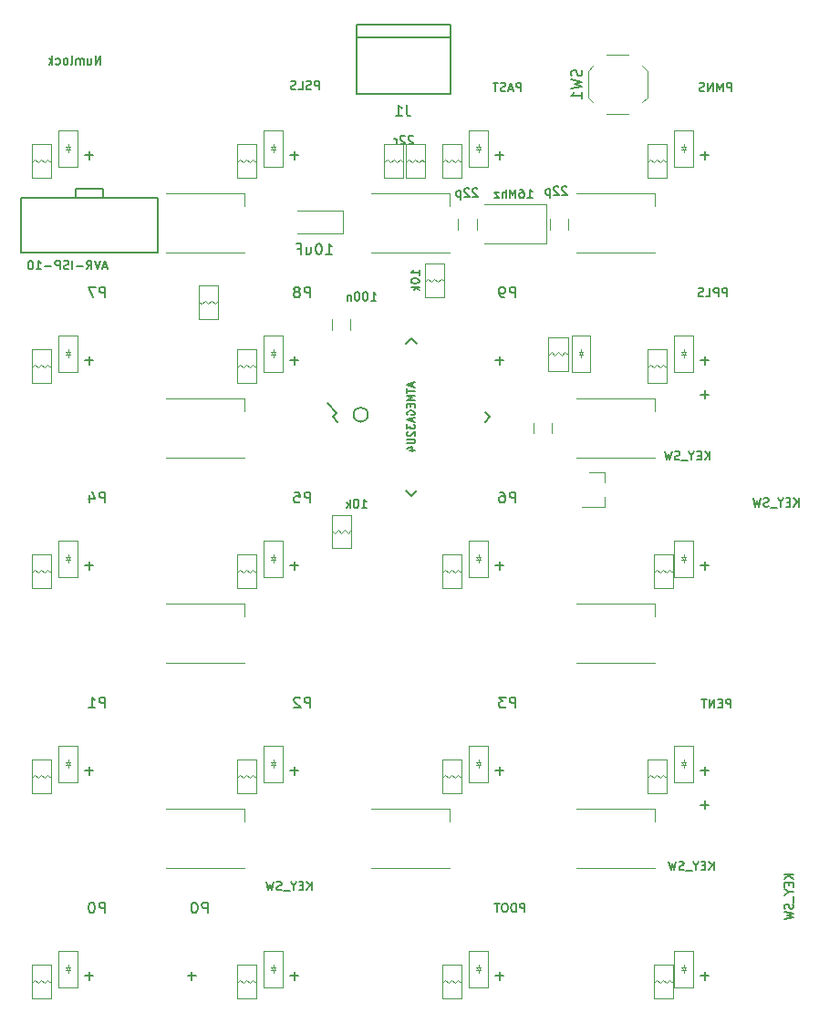
<source format=gbr>
G04 #@! TF.GenerationSoftware,KiCad,Pcbnew,(5.1.2)-1*
G04 #@! TF.CreationDate,2019-05-27T14:02:07+07:00*
G04 #@! TF.ProjectId,numpad,6e756d70-6164-42e6-9b69-6361645f7063,rev?*
G04 #@! TF.SameCoordinates,Original*
G04 #@! TF.FileFunction,Legend,Bot*
G04 #@! TF.FilePolarity,Positive*
%FSLAX46Y46*%
G04 Gerber Fmt 4.6, Leading zero omitted, Abs format (unit mm)*
G04 Created by KiCad (PCBNEW (5.1.2)-1) date 2019-05-27 14:02:07*
%MOMM*%
%LPD*%
G04 APERTURE LIST*
%ADD10C,0.200000*%
%ADD11C,0.120000*%
%ADD12C,0.050000*%
%ADD13C,0.203200*%
%ADD14C,0.150000*%
G04 APERTURE END LIST*
D10*
X69079671Y-54062593D02*
G75*
G03X69079671Y-54062593I-666865J0D01*
G01*
D11*
X66755766Y-35116373D02*
X62505766Y-35116373D01*
X66755766Y-37216373D02*
X62505766Y-37216373D01*
X66755766Y-35116373D02*
X66755766Y-37216373D01*
D12*
X41438146Y-29169333D02*
X41238146Y-29469333D01*
X41238146Y-29469333D02*
X41038146Y-29169333D01*
X41038146Y-29169333D02*
X41438146Y-29169333D01*
X41438146Y-29469333D02*
X41038146Y-29469333D01*
X41238146Y-29469333D02*
X41238146Y-29669333D01*
X41238146Y-29169333D02*
X41238146Y-28969333D01*
X42118146Y-31069333D02*
X42118146Y-27669333D01*
X42118146Y-27669333D02*
X40358146Y-27669333D01*
X40358146Y-27669333D02*
X40358146Y-31069333D01*
X40358146Y-31069333D02*
X42118146Y-31069333D01*
X40358146Y-50119333D02*
X42118146Y-50119333D01*
X40358146Y-46719333D02*
X40358146Y-50119333D01*
X42118146Y-46719333D02*
X40358146Y-46719333D01*
X42118146Y-50119333D02*
X42118146Y-46719333D01*
X41238146Y-48219333D02*
X41238146Y-48019333D01*
X41238146Y-48519333D02*
X41238146Y-48719333D01*
X41438146Y-48519333D02*
X41038146Y-48519333D01*
X41038146Y-48219333D02*
X41438146Y-48219333D01*
X41238146Y-48519333D02*
X41038146Y-48219333D01*
X41438146Y-48219333D02*
X41238146Y-48519333D01*
X41438146Y-67269333D02*
X41238146Y-67569333D01*
X41238146Y-67569333D02*
X41038146Y-67269333D01*
X41038146Y-67269333D02*
X41438146Y-67269333D01*
X41438146Y-67569333D02*
X41038146Y-67569333D01*
X41238146Y-67569333D02*
X41238146Y-67769333D01*
X41238146Y-67269333D02*
X41238146Y-67069333D01*
X42118146Y-69169333D02*
X42118146Y-65769333D01*
X42118146Y-65769333D02*
X40358146Y-65769333D01*
X40358146Y-65769333D02*
X40358146Y-69169333D01*
X40358146Y-69169333D02*
X42118146Y-69169333D01*
X41438146Y-86319333D02*
X41238146Y-86619333D01*
X41238146Y-86619333D02*
X41038146Y-86319333D01*
X41038146Y-86319333D02*
X41438146Y-86319333D01*
X41438146Y-86619333D02*
X41038146Y-86619333D01*
X41238146Y-86619333D02*
X41238146Y-86819333D01*
X41238146Y-86319333D02*
X41238146Y-86119333D01*
X42118146Y-88219333D02*
X42118146Y-84819333D01*
X42118146Y-84819333D02*
X40358146Y-84819333D01*
X40358146Y-84819333D02*
X40358146Y-88219333D01*
X40358146Y-88219333D02*
X42118146Y-88219333D01*
X40358146Y-107269333D02*
X42118146Y-107269333D01*
X40358146Y-103869333D02*
X40358146Y-107269333D01*
X42118146Y-103869333D02*
X40358146Y-103869333D01*
X42118146Y-107269333D02*
X42118146Y-103869333D01*
X41238146Y-105369333D02*
X41238146Y-105169333D01*
X41238146Y-105669333D02*
X41238146Y-105869333D01*
X41438146Y-105669333D02*
X41038146Y-105669333D01*
X41038146Y-105369333D02*
X41438146Y-105369333D01*
X41238146Y-105669333D02*
X41038146Y-105369333D01*
X41438146Y-105369333D02*
X41238146Y-105669333D01*
X59408146Y-31069333D02*
X61168146Y-31069333D01*
X59408146Y-27669333D02*
X59408146Y-31069333D01*
X61168146Y-27669333D02*
X59408146Y-27669333D01*
X61168146Y-31069333D02*
X61168146Y-27669333D01*
X60288146Y-29169333D02*
X60288146Y-28969333D01*
X60288146Y-29469333D02*
X60288146Y-29669333D01*
X60488146Y-29469333D02*
X60088146Y-29469333D01*
X60088146Y-29169333D02*
X60488146Y-29169333D01*
X60288146Y-29469333D02*
X60088146Y-29169333D01*
X60488146Y-29169333D02*
X60288146Y-29469333D01*
X59408146Y-50119333D02*
X61168146Y-50119333D01*
X59408146Y-46719333D02*
X59408146Y-50119333D01*
X61168146Y-46719333D02*
X59408146Y-46719333D01*
X61168146Y-50119333D02*
X61168146Y-46719333D01*
X60288146Y-48219333D02*
X60288146Y-48019333D01*
X60288146Y-48519333D02*
X60288146Y-48719333D01*
X60488146Y-48519333D02*
X60088146Y-48519333D01*
X60088146Y-48219333D02*
X60488146Y-48219333D01*
X60288146Y-48519333D02*
X60088146Y-48219333D01*
X60488146Y-48219333D02*
X60288146Y-48519333D01*
X59408146Y-69169333D02*
X61168146Y-69169333D01*
X59408146Y-65769333D02*
X59408146Y-69169333D01*
X61168146Y-65769333D02*
X59408146Y-65769333D01*
X61168146Y-69169333D02*
X61168146Y-65769333D01*
X60288146Y-67269333D02*
X60288146Y-67069333D01*
X60288146Y-67569333D02*
X60288146Y-67769333D01*
X60488146Y-67569333D02*
X60088146Y-67569333D01*
X60088146Y-67269333D02*
X60488146Y-67269333D01*
X60288146Y-67569333D02*
X60088146Y-67269333D01*
X60488146Y-67269333D02*
X60288146Y-67569333D01*
X60488146Y-86319333D02*
X60288146Y-86619333D01*
X60288146Y-86619333D02*
X60088146Y-86319333D01*
X60088146Y-86319333D02*
X60488146Y-86319333D01*
X60488146Y-86619333D02*
X60088146Y-86619333D01*
X60288146Y-86619333D02*
X60288146Y-86819333D01*
X60288146Y-86319333D02*
X60288146Y-86119333D01*
X61168146Y-88219333D02*
X61168146Y-84819333D01*
X61168146Y-84819333D02*
X59408146Y-84819333D01*
X59408146Y-84819333D02*
X59408146Y-88219333D01*
X59408146Y-88219333D02*
X61168146Y-88219333D01*
X59408146Y-107269333D02*
X61168146Y-107269333D01*
X59408146Y-103869333D02*
X59408146Y-107269333D01*
X61168146Y-103869333D02*
X59408146Y-103869333D01*
X61168146Y-107269333D02*
X61168146Y-103869333D01*
X60288146Y-105369333D02*
X60288146Y-105169333D01*
X60288146Y-105669333D02*
X60288146Y-105869333D01*
X60488146Y-105669333D02*
X60088146Y-105669333D01*
X60088146Y-105369333D02*
X60488146Y-105369333D01*
X60288146Y-105669333D02*
X60088146Y-105369333D01*
X60488146Y-105369333D02*
X60288146Y-105669333D01*
X78458146Y-31069333D02*
X80218146Y-31069333D01*
X78458146Y-27669333D02*
X78458146Y-31069333D01*
X80218146Y-27669333D02*
X78458146Y-27669333D01*
X80218146Y-31069333D02*
X80218146Y-27669333D01*
X79338146Y-29169333D02*
X79338146Y-28969333D01*
X79338146Y-29469333D02*
X79338146Y-29669333D01*
X79538146Y-29469333D02*
X79138146Y-29469333D01*
X79138146Y-29169333D02*
X79538146Y-29169333D01*
X79338146Y-29469333D02*
X79138146Y-29169333D01*
X79538146Y-29169333D02*
X79338146Y-29469333D01*
X89063146Y-48219333D02*
X88863146Y-48519333D01*
X88863146Y-48519333D02*
X88663146Y-48219333D01*
X88663146Y-48219333D02*
X89063146Y-48219333D01*
X89063146Y-48519333D02*
X88663146Y-48519333D01*
X88863146Y-48519333D02*
X88863146Y-48719333D01*
X88863146Y-48219333D02*
X88863146Y-48019333D01*
X89743146Y-50119333D02*
X89743146Y-46719333D01*
X89743146Y-46719333D02*
X87983146Y-46719333D01*
X87983146Y-46719333D02*
X87983146Y-50119333D01*
X87983146Y-50119333D02*
X89743146Y-50119333D01*
X79538146Y-67269333D02*
X79338146Y-67569333D01*
X79338146Y-67569333D02*
X79138146Y-67269333D01*
X79138146Y-67269333D02*
X79538146Y-67269333D01*
X79538146Y-67569333D02*
X79138146Y-67569333D01*
X79338146Y-67569333D02*
X79338146Y-67769333D01*
X79338146Y-67269333D02*
X79338146Y-67069333D01*
X80218146Y-69169333D02*
X80218146Y-65769333D01*
X80218146Y-65769333D02*
X78458146Y-65769333D01*
X78458146Y-65769333D02*
X78458146Y-69169333D01*
X78458146Y-69169333D02*
X80218146Y-69169333D01*
X79538146Y-86319333D02*
X79338146Y-86619333D01*
X79338146Y-86619333D02*
X79138146Y-86319333D01*
X79138146Y-86319333D02*
X79538146Y-86319333D01*
X79538146Y-86619333D02*
X79138146Y-86619333D01*
X79338146Y-86619333D02*
X79338146Y-86819333D01*
X79338146Y-86319333D02*
X79338146Y-86119333D01*
X80218146Y-88219333D02*
X80218146Y-84819333D01*
X80218146Y-84819333D02*
X78458146Y-84819333D01*
X78458146Y-84819333D02*
X78458146Y-88219333D01*
X78458146Y-88219333D02*
X80218146Y-88219333D01*
X78458146Y-107269333D02*
X80218146Y-107269333D01*
X78458146Y-103869333D02*
X78458146Y-107269333D01*
X80218146Y-103869333D02*
X78458146Y-103869333D01*
X80218146Y-107269333D02*
X80218146Y-103869333D01*
X79338146Y-105369333D02*
X79338146Y-105169333D01*
X79338146Y-105669333D02*
X79338146Y-105869333D01*
X79538146Y-105669333D02*
X79138146Y-105669333D01*
X79138146Y-105369333D02*
X79538146Y-105369333D01*
X79338146Y-105669333D02*
X79138146Y-105369333D01*
X79538146Y-105369333D02*
X79338146Y-105669333D01*
X98588146Y-29169333D02*
X98388146Y-29469333D01*
X98388146Y-29469333D02*
X98188146Y-29169333D01*
X98188146Y-29169333D02*
X98588146Y-29169333D01*
X98588146Y-29469333D02*
X98188146Y-29469333D01*
X98388146Y-29469333D02*
X98388146Y-29669333D01*
X98388146Y-29169333D02*
X98388146Y-28969333D01*
X99268146Y-31069333D02*
X99268146Y-27669333D01*
X99268146Y-27669333D02*
X97508146Y-27669333D01*
X97508146Y-27669333D02*
X97508146Y-31069333D01*
X97508146Y-31069333D02*
X99268146Y-31069333D01*
X97508146Y-50119333D02*
X99268146Y-50119333D01*
X97508146Y-46719333D02*
X97508146Y-50119333D01*
X99268146Y-46719333D02*
X97508146Y-46719333D01*
X99268146Y-50119333D02*
X99268146Y-46719333D01*
X98388146Y-48219333D02*
X98388146Y-48019333D01*
X98388146Y-48519333D02*
X98388146Y-48719333D01*
X98588146Y-48519333D02*
X98188146Y-48519333D01*
X98188146Y-48219333D02*
X98588146Y-48219333D01*
X98388146Y-48519333D02*
X98188146Y-48219333D01*
X98588146Y-48219333D02*
X98388146Y-48519333D01*
X98588146Y-67269333D02*
X98388146Y-67569333D01*
X98388146Y-67569333D02*
X98188146Y-67269333D01*
X98188146Y-67269333D02*
X98588146Y-67269333D01*
X98588146Y-67569333D02*
X98188146Y-67569333D01*
X98388146Y-67569333D02*
X98388146Y-67769333D01*
X98388146Y-67269333D02*
X98388146Y-67069333D01*
X99268146Y-69169333D02*
X99268146Y-65769333D01*
X99268146Y-65769333D02*
X97508146Y-65769333D01*
X97508146Y-65769333D02*
X97508146Y-69169333D01*
X97508146Y-69169333D02*
X99268146Y-69169333D01*
X98588146Y-86319333D02*
X98388146Y-86619333D01*
X98388146Y-86619333D02*
X98188146Y-86319333D01*
X98188146Y-86319333D02*
X98588146Y-86319333D01*
X98588146Y-86619333D02*
X98188146Y-86619333D01*
X98388146Y-86619333D02*
X98388146Y-86819333D01*
X98388146Y-86319333D02*
X98388146Y-86119333D01*
X99268146Y-88219333D02*
X99268146Y-84819333D01*
X99268146Y-84819333D02*
X97508146Y-84819333D01*
X97508146Y-84819333D02*
X97508146Y-88219333D01*
X97508146Y-88219333D02*
X99268146Y-88219333D01*
X97508146Y-107269333D02*
X99268146Y-107269333D01*
X97508146Y-103869333D02*
X97508146Y-107269333D01*
X99268146Y-103869333D02*
X97508146Y-103869333D01*
X99268146Y-107269333D02*
X99268146Y-103869333D01*
X98388146Y-105369333D02*
X98388146Y-105169333D01*
X98388146Y-105669333D02*
X98388146Y-105869333D01*
X98588146Y-105669333D02*
X98188146Y-105669333D01*
X98188146Y-105369333D02*
X98588146Y-105369333D01*
X98388146Y-105669333D02*
X98188146Y-105369333D01*
X98588146Y-105369333D02*
X98388146Y-105669333D01*
D13*
X36838146Y-33929333D02*
X36838146Y-39009333D01*
X36838146Y-39009333D02*
X49538146Y-39009333D01*
X49538146Y-33929333D02*
X36838146Y-33929333D01*
D10*
X44488146Y-33119333D02*
X44488146Y-33919333D01*
X41938146Y-33119333D02*
X44488146Y-33119333D01*
X41938146Y-33919333D02*
X41938146Y-33119333D01*
D13*
X49538146Y-39009333D02*
X49538146Y-33929333D01*
D12*
X37935346Y-30570133D02*
X37884546Y-30570133D01*
X38138546Y-30366933D02*
X37935346Y-30570133D01*
X38443346Y-30671733D02*
X38138546Y-30366933D01*
X38748146Y-30366933D02*
X38443346Y-30671733D01*
X39052946Y-30671733D02*
X38748146Y-30366933D01*
X39357746Y-30366933D02*
X39052946Y-30671733D01*
X39510146Y-30519333D02*
X39357746Y-30366933D01*
X39611746Y-30519333D02*
X39510146Y-30519333D01*
X39648146Y-32069333D02*
X39648146Y-28969333D01*
X39648146Y-32069333D02*
X37848146Y-32069333D01*
X37848146Y-28969333D02*
X39648146Y-28969333D01*
X37848146Y-28969333D02*
X37848146Y-32069333D01*
X37935346Y-49620133D02*
X37884546Y-49620133D01*
X38138546Y-49416933D02*
X37935346Y-49620133D01*
X38443346Y-49721733D02*
X38138546Y-49416933D01*
X38748146Y-49416933D02*
X38443346Y-49721733D01*
X39052946Y-49721733D02*
X38748146Y-49416933D01*
X39357746Y-49416933D02*
X39052946Y-49721733D01*
X39510146Y-49569333D02*
X39357746Y-49416933D01*
X39611746Y-49569333D02*
X39510146Y-49569333D01*
X39648146Y-51119333D02*
X39648146Y-48019333D01*
X39648146Y-51119333D02*
X37848146Y-51119333D01*
X37848146Y-48019333D02*
X39648146Y-48019333D01*
X37848146Y-48019333D02*
X37848146Y-51119333D01*
X37935346Y-68670133D02*
X37884546Y-68670133D01*
X38138546Y-68466933D02*
X37935346Y-68670133D01*
X38443346Y-68771733D02*
X38138546Y-68466933D01*
X38748146Y-68466933D02*
X38443346Y-68771733D01*
X39052946Y-68771733D02*
X38748146Y-68466933D01*
X39357746Y-68466933D02*
X39052946Y-68771733D01*
X39510146Y-68619333D02*
X39357746Y-68466933D01*
X39611746Y-68619333D02*
X39510146Y-68619333D01*
X39648146Y-70169333D02*
X39648146Y-67069333D01*
X39648146Y-70169333D02*
X37848146Y-70169333D01*
X37848146Y-67069333D02*
X39648146Y-67069333D01*
X37848146Y-67069333D02*
X37848146Y-70169333D01*
X37848146Y-86119333D02*
X37848146Y-89219333D01*
X37848146Y-86119333D02*
X39648146Y-86119333D01*
X39648146Y-89219333D02*
X37848146Y-89219333D01*
X39648146Y-89219333D02*
X39648146Y-86119333D01*
X39611746Y-87669333D02*
X39510146Y-87669333D01*
X39510146Y-87669333D02*
X39357746Y-87516933D01*
X39357746Y-87516933D02*
X39052946Y-87821733D01*
X39052946Y-87821733D02*
X38748146Y-87516933D01*
X38748146Y-87516933D02*
X38443346Y-87821733D01*
X38443346Y-87821733D02*
X38138546Y-87516933D01*
X38138546Y-87516933D02*
X37935346Y-87720133D01*
X37935346Y-87720133D02*
X37884546Y-87720133D01*
X37848146Y-105169333D02*
X37848146Y-108269333D01*
X37848146Y-105169333D02*
X39648146Y-105169333D01*
X39648146Y-108269333D02*
X37848146Y-108269333D01*
X39648146Y-108269333D02*
X39648146Y-105169333D01*
X39611746Y-106719333D02*
X39510146Y-106719333D01*
X39510146Y-106719333D02*
X39357746Y-106566933D01*
X39357746Y-106566933D02*
X39052946Y-106871733D01*
X39052946Y-106871733D02*
X38748146Y-106566933D01*
X38748146Y-106566933D02*
X38443346Y-106871733D01*
X38443346Y-106871733D02*
X38138546Y-106566933D01*
X38138546Y-106566933D02*
X37935346Y-106770133D01*
X37935346Y-106770133D02*
X37884546Y-106770133D01*
X56898146Y-28969333D02*
X56898146Y-32069333D01*
X56898146Y-28969333D02*
X58698146Y-28969333D01*
X58698146Y-32069333D02*
X56898146Y-32069333D01*
X58698146Y-32069333D02*
X58698146Y-28969333D01*
X58661746Y-30519333D02*
X58560146Y-30519333D01*
X58560146Y-30519333D02*
X58407746Y-30366933D01*
X58407746Y-30366933D02*
X58102946Y-30671733D01*
X58102946Y-30671733D02*
X57798146Y-30366933D01*
X57798146Y-30366933D02*
X57493346Y-30671733D01*
X57493346Y-30671733D02*
X57188546Y-30366933D01*
X57188546Y-30366933D02*
X56985346Y-30570133D01*
X56985346Y-30570133D02*
X56934546Y-30570133D01*
X56898146Y-48019333D02*
X56898146Y-51119333D01*
X56898146Y-48019333D02*
X58698146Y-48019333D01*
X58698146Y-51119333D02*
X56898146Y-51119333D01*
X58698146Y-51119333D02*
X58698146Y-48019333D01*
X58661746Y-49569333D02*
X58560146Y-49569333D01*
X58560146Y-49569333D02*
X58407746Y-49416933D01*
X58407746Y-49416933D02*
X58102946Y-49721733D01*
X58102946Y-49721733D02*
X57798146Y-49416933D01*
X57798146Y-49416933D02*
X57493346Y-49721733D01*
X57493346Y-49721733D02*
X57188546Y-49416933D01*
X57188546Y-49416933D02*
X56985346Y-49620133D01*
X56985346Y-49620133D02*
X56934546Y-49620133D01*
X56898146Y-67069333D02*
X56898146Y-70169333D01*
X56898146Y-67069333D02*
X58698146Y-67069333D01*
X58698146Y-70169333D02*
X56898146Y-70169333D01*
X58698146Y-70169333D02*
X58698146Y-67069333D01*
X58661746Y-68619333D02*
X58560146Y-68619333D01*
X58560146Y-68619333D02*
X58407746Y-68466933D01*
X58407746Y-68466933D02*
X58102946Y-68771733D01*
X58102946Y-68771733D02*
X57798146Y-68466933D01*
X57798146Y-68466933D02*
X57493346Y-68771733D01*
X57493346Y-68771733D02*
X57188546Y-68466933D01*
X57188546Y-68466933D02*
X56985346Y-68670133D01*
X56985346Y-68670133D02*
X56934546Y-68670133D01*
X56985346Y-87720133D02*
X56934546Y-87720133D01*
X57188546Y-87516933D02*
X56985346Y-87720133D01*
X57493346Y-87821733D02*
X57188546Y-87516933D01*
X57798146Y-87516933D02*
X57493346Y-87821733D01*
X58102946Y-87821733D02*
X57798146Y-87516933D01*
X58407746Y-87516933D02*
X58102946Y-87821733D01*
X58560146Y-87669333D02*
X58407746Y-87516933D01*
X58661746Y-87669333D02*
X58560146Y-87669333D01*
X58698146Y-89219333D02*
X58698146Y-86119333D01*
X58698146Y-89219333D02*
X56898146Y-89219333D01*
X56898146Y-86119333D02*
X58698146Y-86119333D01*
X56898146Y-86119333D02*
X56898146Y-89219333D01*
X56985346Y-106770133D02*
X56934546Y-106770133D01*
X57188546Y-106566933D02*
X56985346Y-106770133D01*
X57493346Y-106871733D02*
X57188546Y-106566933D01*
X57798146Y-106566933D02*
X57493346Y-106871733D01*
X58102946Y-106871733D02*
X57798146Y-106566933D01*
X58407746Y-106566933D02*
X58102946Y-106871733D01*
X58560146Y-106719333D02*
X58407746Y-106566933D01*
X58661746Y-106719333D02*
X58560146Y-106719333D01*
X58698146Y-108269333D02*
X58698146Y-105169333D01*
X58698146Y-108269333D02*
X56898146Y-108269333D01*
X56898146Y-105169333D02*
X58698146Y-105169333D01*
X56898146Y-105169333D02*
X56898146Y-108269333D01*
X76035346Y-30570133D02*
X75984546Y-30570133D01*
X76238546Y-30366933D02*
X76035346Y-30570133D01*
X76543346Y-30671733D02*
X76238546Y-30366933D01*
X76848146Y-30366933D02*
X76543346Y-30671733D01*
X77152946Y-30671733D02*
X76848146Y-30366933D01*
X77457746Y-30366933D02*
X77152946Y-30671733D01*
X77610146Y-30519333D02*
X77457746Y-30366933D01*
X77711746Y-30519333D02*
X77610146Y-30519333D01*
X77748146Y-32069333D02*
X77748146Y-28969333D01*
X77748146Y-32069333D02*
X75948146Y-32069333D01*
X75948146Y-28969333D02*
X77748146Y-28969333D01*
X75948146Y-28969333D02*
X75948146Y-32069333D01*
X76035346Y-68670133D02*
X75984546Y-68670133D01*
X76238546Y-68466933D02*
X76035346Y-68670133D01*
X76543346Y-68771733D02*
X76238546Y-68466933D01*
X76848146Y-68466933D02*
X76543346Y-68771733D01*
X77152946Y-68771733D02*
X76848146Y-68466933D01*
X77457746Y-68466933D02*
X77152946Y-68771733D01*
X77610146Y-68619333D02*
X77457746Y-68466933D01*
X77711746Y-68619333D02*
X77610146Y-68619333D01*
X77748146Y-70169333D02*
X77748146Y-67069333D01*
X77748146Y-70169333D02*
X75948146Y-70169333D01*
X75948146Y-67069333D02*
X77748146Y-67069333D01*
X75948146Y-67069333D02*
X75948146Y-70169333D01*
X75948146Y-86119333D02*
X75948146Y-89219333D01*
X75948146Y-86119333D02*
X77748146Y-86119333D01*
X77748146Y-89219333D02*
X75948146Y-89219333D01*
X77748146Y-89219333D02*
X77748146Y-86119333D01*
X77711746Y-87669333D02*
X77610146Y-87669333D01*
X77610146Y-87669333D02*
X77457746Y-87516933D01*
X77457746Y-87516933D02*
X77152946Y-87821733D01*
X77152946Y-87821733D02*
X76848146Y-87516933D01*
X76848146Y-87516933D02*
X76543346Y-87821733D01*
X76543346Y-87821733D02*
X76238546Y-87516933D01*
X76238546Y-87516933D02*
X76035346Y-87720133D01*
X76035346Y-87720133D02*
X75984546Y-87720133D01*
X75948146Y-105169333D02*
X75948146Y-108269333D01*
X75948146Y-105169333D02*
X77748146Y-105169333D01*
X77748146Y-108269333D02*
X75948146Y-108269333D01*
X77748146Y-108269333D02*
X77748146Y-105169333D01*
X77711746Y-106719333D02*
X77610146Y-106719333D01*
X77610146Y-106719333D02*
X77457746Y-106566933D01*
X77457746Y-106566933D02*
X77152946Y-106871733D01*
X77152946Y-106871733D02*
X76848146Y-106566933D01*
X76848146Y-106566933D02*
X76543346Y-106871733D01*
X76543346Y-106871733D02*
X76238546Y-106566933D01*
X76238546Y-106566933D02*
X76035346Y-106770133D01*
X76035346Y-106770133D02*
X75984546Y-106770133D01*
X94998146Y-28969333D02*
X94998146Y-32069333D01*
X94998146Y-28969333D02*
X96798146Y-28969333D01*
X96798146Y-32069333D02*
X94998146Y-32069333D01*
X96798146Y-32069333D02*
X96798146Y-28969333D01*
X96761746Y-30519333D02*
X96660146Y-30519333D01*
X96660146Y-30519333D02*
X96507746Y-30366933D01*
X96507746Y-30366933D02*
X96202946Y-30671733D01*
X96202946Y-30671733D02*
X95898146Y-30366933D01*
X95898146Y-30366933D02*
X95593346Y-30671733D01*
X95593346Y-30671733D02*
X95288546Y-30366933D01*
X95288546Y-30366933D02*
X95085346Y-30570133D01*
X95085346Y-30570133D02*
X95034546Y-30570133D01*
X94998146Y-48019333D02*
X94998146Y-51119333D01*
X94998146Y-48019333D02*
X96798146Y-48019333D01*
X96798146Y-51119333D02*
X94998146Y-51119333D01*
X96798146Y-51119333D02*
X96798146Y-48019333D01*
X96761746Y-49569333D02*
X96660146Y-49569333D01*
X96660146Y-49569333D02*
X96507746Y-49416933D01*
X96507746Y-49416933D02*
X96202946Y-49721733D01*
X96202946Y-49721733D02*
X95898146Y-49416933D01*
X95898146Y-49416933D02*
X95593346Y-49721733D01*
X95593346Y-49721733D02*
X95288546Y-49416933D01*
X95288546Y-49416933D02*
X95085346Y-49620133D01*
X95085346Y-49620133D02*
X95034546Y-49620133D01*
X95687200Y-68670133D02*
X95636400Y-68670133D01*
X95890400Y-68466933D02*
X95687200Y-68670133D01*
X96195200Y-68771733D02*
X95890400Y-68466933D01*
X96500000Y-68466933D02*
X96195200Y-68771733D01*
X96804800Y-68771733D02*
X96500000Y-68466933D01*
X97109600Y-68466933D02*
X96804800Y-68771733D01*
X97262000Y-68619333D02*
X97109600Y-68466933D01*
X97363600Y-68619333D02*
X97262000Y-68619333D01*
X97400000Y-70169333D02*
X97400000Y-67069333D01*
X97400000Y-70169333D02*
X95600000Y-70169333D01*
X95600000Y-67069333D02*
X97400000Y-67069333D01*
X95600000Y-67069333D02*
X95600000Y-70169333D01*
X95085346Y-87720133D02*
X95034546Y-87720133D01*
X95288546Y-87516933D02*
X95085346Y-87720133D01*
X95593346Y-87821733D02*
X95288546Y-87516933D01*
X95898146Y-87516933D02*
X95593346Y-87821733D01*
X96202946Y-87821733D02*
X95898146Y-87516933D01*
X96507746Y-87516933D02*
X96202946Y-87821733D01*
X96660146Y-87669333D02*
X96507746Y-87516933D01*
X96761746Y-87669333D02*
X96660146Y-87669333D01*
X96798146Y-89219333D02*
X96798146Y-86119333D01*
X96798146Y-89219333D02*
X94998146Y-89219333D01*
X94998146Y-86119333D02*
X96798146Y-86119333D01*
X94998146Y-86119333D02*
X94998146Y-89219333D01*
X95600000Y-105169333D02*
X95600000Y-108269333D01*
X95600000Y-105169333D02*
X97400000Y-105169333D01*
X97400000Y-108269333D02*
X95600000Y-108269333D01*
X97400000Y-108269333D02*
X97400000Y-105169333D01*
X97363600Y-106719333D02*
X97262000Y-106719333D01*
X97262000Y-106719333D02*
X97109600Y-106566933D01*
X97109600Y-106566933D02*
X96804800Y-106871733D01*
X96804800Y-106871733D02*
X96500000Y-106566933D01*
X96500000Y-106566933D02*
X96195200Y-106871733D01*
X96195200Y-106871733D02*
X95890400Y-106566933D01*
X95890400Y-106566933D02*
X95687200Y-106770133D01*
X95687200Y-106770133D02*
X95636400Y-106770133D01*
D14*
X65787771Y-54280433D02*
X66194357Y-53873847D01*
X73106326Y-61598988D02*
X73583623Y-61121691D01*
X80424881Y-54280433D02*
X79947584Y-54757730D01*
X73106326Y-46961878D02*
X72629029Y-47439175D01*
X65787771Y-54280433D02*
X66265068Y-54757730D01*
X73106326Y-46961878D02*
X73583623Y-47439175D01*
X80424881Y-54280433D02*
X79947584Y-53803136D01*
X73106326Y-61598988D02*
X72629029Y-61121691D01*
X66194357Y-53873847D02*
X65292796Y-52972285D01*
X68045426Y-17842973D02*
X68045426Y-24247973D01*
X76745426Y-19072973D02*
X68045426Y-19072973D01*
X76745426Y-24247973D02*
X76745426Y-17842973D01*
X68045426Y-24247973D02*
X76745426Y-24247973D01*
X68045426Y-17842973D02*
X76745426Y-17842973D01*
D11*
X94566326Y-21680433D02*
X95016326Y-22130433D01*
X94566326Y-25080433D02*
X95016326Y-24630433D01*
X89966326Y-25080433D02*
X89516326Y-24630433D01*
X89966326Y-21680433D02*
X89516326Y-22130433D01*
X91266326Y-26130433D02*
X93266326Y-26130433D01*
X95016326Y-22130433D02*
X95016326Y-24630433D01*
X91266326Y-20630433D02*
X93266326Y-20630433D01*
X89516326Y-22130433D02*
X89516326Y-24630433D01*
X87691306Y-35856873D02*
X87691306Y-36856873D01*
X85991306Y-36856873D02*
X85991306Y-35856873D01*
X86166326Y-54810433D02*
X86166326Y-55810433D01*
X84466326Y-55810433D02*
X84466326Y-54810433D01*
X79164526Y-35856873D02*
X79164526Y-36856873D01*
X77464526Y-36856873D02*
X77464526Y-35856873D01*
X67424646Y-45214233D02*
X67424646Y-46214233D01*
X65724646Y-46214233D02*
X65724646Y-45214233D01*
X57631326Y-33515433D02*
X57631326Y-34665433D01*
X50331326Y-33515433D02*
X57631326Y-33515433D01*
X50331326Y-39015433D02*
X57631326Y-39015433D01*
X57631326Y-52565433D02*
X57631326Y-53715433D01*
X50331326Y-52565433D02*
X57631326Y-52565433D01*
X50331326Y-58065433D02*
X57631326Y-58065433D01*
X69381326Y-39015433D02*
X76681326Y-39015433D01*
X69381326Y-33515433D02*
X76681326Y-33515433D01*
X76681326Y-33515433D02*
X76681326Y-34665433D01*
X50331326Y-77115433D02*
X57631326Y-77115433D01*
X50331326Y-71615433D02*
X57631326Y-71615433D01*
X57631326Y-71615433D02*
X57631326Y-72765433D01*
X95731326Y-33515433D02*
X95731326Y-34665433D01*
X88431326Y-33515433D02*
X95731326Y-33515433D01*
X88431326Y-39015433D02*
X95731326Y-39015433D01*
X57631326Y-90665433D02*
X57631326Y-91815433D01*
X50331326Y-90665433D02*
X57631326Y-90665433D01*
X50331326Y-96165433D02*
X57631326Y-96165433D01*
X95731326Y-52565433D02*
X95731326Y-53715433D01*
X88431326Y-52565433D02*
X95731326Y-52565433D01*
X88431326Y-58065433D02*
X95731326Y-58065433D01*
X69381326Y-96165433D02*
X76681326Y-96165433D01*
X69381326Y-90665433D02*
X76681326Y-90665433D01*
X76681326Y-90665433D02*
X76681326Y-91815433D01*
X88431326Y-77115433D02*
X95731326Y-77115433D01*
X88431326Y-71615433D02*
X95731326Y-71615433D01*
X95731326Y-71615433D02*
X95731326Y-72765433D01*
X88431326Y-96165433D02*
X95731326Y-96165433D01*
X88431326Y-90665433D02*
X95731326Y-90665433D01*
X95731326Y-90665433D02*
X95731326Y-91815433D01*
D12*
X70581926Y-28969333D02*
X70581926Y-32069333D01*
X70581926Y-28969333D02*
X72381926Y-28969333D01*
X72381926Y-32069333D02*
X70581926Y-32069333D01*
X72381926Y-32069333D02*
X72381926Y-28969333D01*
X72345526Y-30519333D02*
X72243926Y-30519333D01*
X72243926Y-30519333D02*
X72091526Y-30366933D01*
X72091526Y-30366933D02*
X71786726Y-30671733D01*
X71786726Y-30671733D02*
X71481926Y-30366933D01*
X71481926Y-30366933D02*
X71177126Y-30671733D01*
X71177126Y-30671733D02*
X70872326Y-30366933D01*
X70872326Y-30366933D02*
X70669126Y-30570133D01*
X70669126Y-30570133D02*
X70618326Y-30570133D01*
X72673186Y-30570133D02*
X72622386Y-30570133D01*
X72876386Y-30366933D02*
X72673186Y-30570133D01*
X73181186Y-30671733D02*
X72876386Y-30366933D01*
X73485986Y-30366933D02*
X73181186Y-30671733D01*
X73790786Y-30671733D02*
X73485986Y-30366933D01*
X74095586Y-30366933D02*
X73790786Y-30671733D01*
X74247986Y-30519333D02*
X74095586Y-30366933D01*
X74349586Y-30519333D02*
X74247986Y-30519333D01*
X74385986Y-32069333D02*
X74385986Y-28969333D01*
X74385986Y-32069333D02*
X72585986Y-32069333D01*
X72585986Y-28969333D02*
X74385986Y-28969333D01*
X72585986Y-28969333D02*
X72585986Y-32069333D01*
D11*
X79917286Y-34556873D02*
X85667286Y-34556873D01*
X85667286Y-34556873D02*
X85667286Y-38156873D01*
X85667286Y-38156873D02*
X79917286Y-38156873D01*
D12*
X74443526Y-41641233D02*
X74392726Y-41641233D01*
X74646726Y-41438033D02*
X74443526Y-41641233D01*
X74951526Y-41742833D02*
X74646726Y-41438033D01*
X75256326Y-41438033D02*
X74951526Y-41742833D01*
X75561126Y-41742833D02*
X75256326Y-41438033D01*
X75865926Y-41438033D02*
X75561126Y-41742833D01*
X76018326Y-41590433D02*
X75865926Y-41438033D01*
X76119926Y-41590433D02*
X76018326Y-41590433D01*
X76156326Y-43140433D02*
X76156326Y-40040433D01*
X76156326Y-43140433D02*
X74356326Y-43140433D01*
X74356326Y-40040433D02*
X76156326Y-40040433D01*
X74356326Y-40040433D02*
X74356326Y-43140433D01*
X67526326Y-66460433D02*
X67526326Y-63360433D01*
X67526326Y-66460433D02*
X65726326Y-66460433D01*
X65726326Y-63360433D02*
X67526326Y-63360433D01*
X65726326Y-63360433D02*
X65726326Y-66460433D01*
X65762726Y-64910433D02*
X65864326Y-64910433D01*
X65864326Y-64910433D02*
X66016726Y-65062833D01*
X66016726Y-65062833D02*
X66321526Y-64758033D01*
X66321526Y-64758033D02*
X66626326Y-65062833D01*
X66626326Y-65062833D02*
X66931126Y-64758033D01*
X66931126Y-64758033D02*
X67235926Y-65062833D01*
X67235926Y-65062833D02*
X67439126Y-64859633D01*
X67439126Y-64859633D02*
X67489926Y-64859633D01*
X85933526Y-48481233D02*
X85882726Y-48481233D01*
X86136726Y-48278033D02*
X85933526Y-48481233D01*
X86441526Y-48582833D02*
X86136726Y-48278033D01*
X86746326Y-48278033D02*
X86441526Y-48582833D01*
X87051126Y-48582833D02*
X86746326Y-48278033D01*
X87355926Y-48278033D02*
X87051126Y-48582833D01*
X87508326Y-48430433D02*
X87355926Y-48278033D01*
X87609926Y-48430433D02*
X87508326Y-48430433D01*
X87646326Y-49980433D02*
X87646326Y-46880433D01*
X87646326Y-49980433D02*
X85846326Y-49980433D01*
X85846326Y-46880433D02*
X87646326Y-46880433D01*
X85846326Y-46880433D02*
X85846326Y-49980433D01*
X55156326Y-45180433D02*
X55156326Y-42080433D01*
X55156326Y-45180433D02*
X53356326Y-45180433D01*
X53356326Y-42080433D02*
X55156326Y-42080433D01*
X53356326Y-42080433D02*
X53356326Y-45180433D01*
X53392726Y-43630433D02*
X53494326Y-43630433D01*
X53494326Y-43630433D02*
X53646726Y-43782833D01*
X53646726Y-43782833D02*
X53951526Y-43478033D01*
X53951526Y-43478033D02*
X54256326Y-43782833D01*
X54256326Y-43782833D02*
X54561126Y-43478033D01*
X54561126Y-43478033D02*
X54865926Y-43782833D01*
X54865926Y-43782833D02*
X55069126Y-43579633D01*
X55069126Y-43579633D02*
X55119926Y-43579633D01*
D11*
X91088146Y-59449333D02*
X91088146Y-60379333D01*
X91088146Y-62609333D02*
X91088146Y-61679333D01*
X91088146Y-62609333D02*
X88928146Y-62609333D01*
X91088146Y-59449333D02*
X89628146Y-59449333D01*
D14*
X65177194Y-39168753D02*
X65748623Y-39168753D01*
X65462908Y-39168753D02*
X65462908Y-38168753D01*
X65558146Y-38311611D01*
X65653385Y-38406849D01*
X65748623Y-38454468D01*
X64558146Y-38168753D02*
X64462908Y-38168753D01*
X64367670Y-38216373D01*
X64320051Y-38263992D01*
X64272432Y-38359230D01*
X64224813Y-38549706D01*
X64224813Y-38787801D01*
X64272432Y-38978277D01*
X64320051Y-39073515D01*
X64367670Y-39121134D01*
X64462908Y-39168753D01*
X64558146Y-39168753D01*
X64653385Y-39121134D01*
X64701004Y-39073515D01*
X64748623Y-38978277D01*
X64796242Y-38787801D01*
X64796242Y-38549706D01*
X64748623Y-38359230D01*
X64701004Y-38263992D01*
X64653385Y-38216373D01*
X64558146Y-38168753D01*
X63367670Y-38502087D02*
X63367670Y-39168753D01*
X63796242Y-38502087D02*
X63796242Y-39025896D01*
X63748623Y-39121134D01*
X63653385Y-39168753D01*
X63510527Y-39168753D01*
X63415289Y-39121134D01*
X63367670Y-39073515D01*
X62558146Y-38644944D02*
X62891480Y-38644944D01*
X62891480Y-39168753D02*
X62891480Y-38168753D01*
X62415289Y-38168753D01*
X43567278Y-29986861D02*
X42805373Y-29986861D01*
X43186326Y-30367813D02*
X43186326Y-29605909D01*
X43567278Y-49036861D02*
X42805373Y-49036861D01*
X43186326Y-49417813D02*
X43186326Y-48655909D01*
X43567278Y-68086861D02*
X42805373Y-68086861D01*
X43186326Y-68467813D02*
X43186326Y-67705909D01*
X43567278Y-87136861D02*
X42805373Y-87136861D01*
X43186326Y-87517813D02*
X43186326Y-86755909D01*
X43567278Y-106186861D02*
X42805373Y-106186861D01*
X43186326Y-106567813D02*
X43186326Y-105805909D01*
X53092278Y-106186861D02*
X52330373Y-106186861D01*
X52711326Y-106567813D02*
X52711326Y-105805909D01*
X62617278Y-29986861D02*
X61855373Y-29986861D01*
X62236326Y-30367813D02*
X62236326Y-29605909D01*
X62617278Y-49036861D02*
X61855373Y-49036861D01*
X62236326Y-49417813D02*
X62236326Y-48655909D01*
X62617278Y-68086861D02*
X61855373Y-68086861D01*
X62236326Y-68467813D02*
X62236326Y-67705909D01*
X62617278Y-87136861D02*
X61855373Y-87136861D01*
X62236326Y-87517813D02*
X62236326Y-86755909D01*
X62617278Y-106186861D02*
X61855373Y-106186861D01*
X62236326Y-106567813D02*
X62236326Y-105805909D01*
X81667278Y-29986861D02*
X80905373Y-29986861D01*
X81286326Y-30367813D02*
X81286326Y-29605909D01*
X81667278Y-49036861D02*
X80905373Y-49036861D01*
X81286326Y-49417813D02*
X81286326Y-48655909D01*
X81667278Y-68086861D02*
X80905373Y-68086861D01*
X81286326Y-68467813D02*
X81286326Y-67705909D01*
X81667278Y-87136861D02*
X80905373Y-87136861D01*
X81286326Y-87517813D02*
X81286326Y-86755909D01*
X81667278Y-106186861D02*
X80905373Y-106186861D01*
X81286326Y-106567813D02*
X81286326Y-105805909D01*
X100717278Y-29986861D02*
X99955373Y-29986861D01*
X100336326Y-30367813D02*
X100336326Y-29605909D01*
X100717278Y-49036861D02*
X99955373Y-49036861D01*
X100336326Y-49417813D02*
X100336326Y-48655909D01*
X100717278Y-52211861D02*
X99955373Y-52211861D01*
X100336326Y-52592813D02*
X100336326Y-51830909D01*
X100717278Y-68086861D02*
X99955373Y-68086861D01*
X100336326Y-68467813D02*
X100336326Y-67705909D01*
X100717278Y-87136861D02*
X99955373Y-87136861D01*
X100336326Y-87517813D02*
X100336326Y-86755909D01*
X100717278Y-90311861D02*
X99955373Y-90311861D01*
X100336326Y-90692813D02*
X100336326Y-89930909D01*
X100717278Y-106186861D02*
X99955373Y-106186861D01*
X100336326Y-106567813D02*
X100336326Y-105805909D01*
X72665359Y-25320973D02*
X72665359Y-26035259D01*
X72712978Y-26178116D01*
X72808216Y-26273354D01*
X72951073Y-26320973D01*
X73046311Y-26320973D01*
X71665359Y-26320973D02*
X72236787Y-26320973D01*
X71951073Y-26320973D02*
X71951073Y-25320973D01*
X72046311Y-25463831D01*
X72141549Y-25559069D01*
X72236787Y-25606688D01*
X44841148Y-40342766D02*
X44460196Y-40342766D01*
X44917339Y-40571337D02*
X44650672Y-39771337D01*
X44384006Y-40571337D01*
X44231625Y-39771337D02*
X43964958Y-40571337D01*
X43698291Y-39771337D01*
X42974482Y-40571337D02*
X43241148Y-40190385D01*
X43431625Y-40571337D02*
X43431625Y-39771337D01*
X43126863Y-39771337D01*
X43050672Y-39809433D01*
X43012577Y-39847528D01*
X42974482Y-39923718D01*
X42974482Y-40038004D01*
X43012577Y-40114194D01*
X43050672Y-40152290D01*
X43126863Y-40190385D01*
X43431625Y-40190385D01*
X42631625Y-40266575D02*
X42022101Y-40266575D01*
X41641148Y-40571337D02*
X41641148Y-39771337D01*
X41298291Y-40533242D02*
X41184006Y-40571337D01*
X40993529Y-40571337D01*
X40917339Y-40533242D01*
X40879244Y-40495147D01*
X40841148Y-40418956D01*
X40841148Y-40342766D01*
X40879244Y-40266575D01*
X40917339Y-40228480D01*
X40993529Y-40190385D01*
X41145910Y-40152290D01*
X41222101Y-40114194D01*
X41260196Y-40076099D01*
X41298291Y-39999909D01*
X41298291Y-39923718D01*
X41260196Y-39847528D01*
X41222101Y-39809433D01*
X41145910Y-39771337D01*
X40955434Y-39771337D01*
X40841148Y-39809433D01*
X40498291Y-40571337D02*
X40498291Y-39771337D01*
X40193529Y-39771337D01*
X40117339Y-39809433D01*
X40079244Y-39847528D01*
X40041148Y-39923718D01*
X40041148Y-40038004D01*
X40079244Y-40114194D01*
X40117339Y-40152290D01*
X40193529Y-40190385D01*
X40498291Y-40190385D01*
X39698291Y-40266575D02*
X39088767Y-40266575D01*
X38288767Y-40571337D02*
X38745910Y-40571337D01*
X38517339Y-40571337D02*
X38517339Y-39771337D01*
X38593529Y-39885623D01*
X38669720Y-39961813D01*
X38745910Y-39999909D01*
X37793529Y-39771337D02*
X37717339Y-39771337D01*
X37641148Y-39809433D01*
X37603053Y-39847528D01*
X37564958Y-39923718D01*
X37526863Y-40076099D01*
X37526863Y-40266575D01*
X37564958Y-40418956D01*
X37603053Y-40495147D01*
X37641148Y-40533242D01*
X37717339Y-40571337D01*
X37793529Y-40571337D01*
X37869720Y-40533242D01*
X37907815Y-40495147D01*
X37945910Y-40418956D01*
X37984006Y-40266575D01*
X37984006Y-40076099D01*
X37945910Y-39923718D01*
X37907815Y-39847528D01*
X37869720Y-39809433D01*
X37793529Y-39771337D01*
X44239330Y-21536577D02*
X44239330Y-20736577D01*
X43782187Y-21536577D01*
X43782187Y-20736577D01*
X43058378Y-21003244D02*
X43058378Y-21536577D01*
X43401235Y-21003244D02*
X43401235Y-21422292D01*
X43363140Y-21498482D01*
X43286949Y-21536577D01*
X43172664Y-21536577D01*
X43096473Y-21498482D01*
X43058378Y-21460387D01*
X42677426Y-21536577D02*
X42677426Y-21003244D01*
X42677426Y-21079434D02*
X42639330Y-21041339D01*
X42563140Y-21003244D01*
X42448854Y-21003244D01*
X42372664Y-21041339D01*
X42334568Y-21117530D01*
X42334568Y-21536577D01*
X42334568Y-21117530D02*
X42296473Y-21041339D01*
X42220283Y-21003244D01*
X42105997Y-21003244D01*
X42029806Y-21041339D01*
X41991711Y-21117530D01*
X41991711Y-21536577D01*
X41496473Y-21536577D02*
X41572664Y-21498482D01*
X41610759Y-21422292D01*
X41610759Y-20736577D01*
X41077426Y-21536577D02*
X41153616Y-21498482D01*
X41191711Y-21460387D01*
X41229806Y-21384196D01*
X41229806Y-21155625D01*
X41191711Y-21079434D01*
X41153616Y-21041339D01*
X41077426Y-21003244D01*
X40963140Y-21003244D01*
X40886949Y-21041339D01*
X40848854Y-21079434D01*
X40810759Y-21155625D01*
X40810759Y-21384196D01*
X40848854Y-21460387D01*
X40886949Y-21498482D01*
X40963140Y-21536577D01*
X41077426Y-21536577D01*
X40125045Y-21498482D02*
X40201235Y-21536577D01*
X40353616Y-21536577D01*
X40429806Y-21498482D01*
X40467902Y-21460387D01*
X40505997Y-21384196D01*
X40505997Y-21155625D01*
X40467902Y-21079434D01*
X40429806Y-21041339D01*
X40353616Y-21003244D01*
X40201235Y-21003244D01*
X40125045Y-21041339D01*
X39782187Y-21536577D02*
X39782187Y-20736577D01*
X39705997Y-21231815D02*
X39477426Y-21536577D01*
X39477426Y-21003244D02*
X39782187Y-21308006D01*
D13*
X44686421Y-43194813D02*
X44686421Y-42194813D01*
X44305468Y-42194813D01*
X44210230Y-42242433D01*
X44162611Y-42290052D01*
X44114992Y-42385290D01*
X44114992Y-42528147D01*
X44162611Y-42623385D01*
X44210230Y-42671004D01*
X44305468Y-42718623D01*
X44686421Y-42718623D01*
X43781659Y-42194813D02*
X43114992Y-42194813D01*
X43543564Y-43194813D01*
X44686421Y-62244813D02*
X44686421Y-61244813D01*
X44305468Y-61244813D01*
X44210230Y-61292433D01*
X44162611Y-61340052D01*
X44114992Y-61435290D01*
X44114992Y-61578147D01*
X44162611Y-61673385D01*
X44210230Y-61721004D01*
X44305468Y-61768623D01*
X44686421Y-61768623D01*
X43257849Y-61578147D02*
X43257849Y-62244813D01*
X43495945Y-61197194D02*
X43734040Y-61911480D01*
X43114992Y-61911480D01*
X44686421Y-81294813D02*
X44686421Y-80294813D01*
X44305468Y-80294813D01*
X44210230Y-80342433D01*
X44162611Y-80390052D01*
X44114992Y-80485290D01*
X44114992Y-80628147D01*
X44162611Y-80723385D01*
X44210230Y-80771004D01*
X44305468Y-80818623D01*
X44686421Y-80818623D01*
X43162611Y-81294813D02*
X43734040Y-81294813D01*
X43448326Y-81294813D02*
X43448326Y-80294813D01*
X43543564Y-80437671D01*
X43638802Y-80532909D01*
X43734040Y-80580528D01*
X44686421Y-100344813D02*
X44686421Y-99344813D01*
X44305468Y-99344813D01*
X44210230Y-99392433D01*
X44162611Y-99440052D01*
X44114992Y-99535290D01*
X44114992Y-99678147D01*
X44162611Y-99773385D01*
X44210230Y-99821004D01*
X44305468Y-99868623D01*
X44686421Y-99868623D01*
X43495945Y-99344813D02*
X43400706Y-99344813D01*
X43305468Y-99392433D01*
X43257849Y-99440052D01*
X43210230Y-99535290D01*
X43162611Y-99725766D01*
X43162611Y-99963861D01*
X43210230Y-100154337D01*
X43257849Y-100249575D01*
X43305468Y-100297194D01*
X43400706Y-100344813D01*
X43495945Y-100344813D01*
X43591183Y-100297194D01*
X43638802Y-100249575D01*
X43686421Y-100154337D01*
X43734040Y-99963861D01*
X43734040Y-99725766D01*
X43686421Y-99535290D01*
X43638802Y-99440052D01*
X43591183Y-99392433D01*
X43495945Y-99344813D01*
X54211421Y-100344813D02*
X54211421Y-99344813D01*
X53830468Y-99344813D01*
X53735230Y-99392433D01*
X53687611Y-99440052D01*
X53639992Y-99535290D01*
X53639992Y-99678147D01*
X53687611Y-99773385D01*
X53735230Y-99821004D01*
X53830468Y-99868623D01*
X54211421Y-99868623D01*
X53020945Y-99344813D02*
X52925706Y-99344813D01*
X52830468Y-99392433D01*
X52782849Y-99440052D01*
X52735230Y-99535290D01*
X52687611Y-99725766D01*
X52687611Y-99963861D01*
X52735230Y-100154337D01*
X52782849Y-100249575D01*
X52830468Y-100297194D01*
X52925706Y-100344813D01*
X53020945Y-100344813D01*
X53116183Y-100297194D01*
X53163802Y-100249575D01*
X53211421Y-100154337D01*
X53259040Y-99963861D01*
X53259040Y-99725766D01*
X53211421Y-99535290D01*
X53163802Y-99440052D01*
X53116183Y-99392433D01*
X53020945Y-99344813D01*
D14*
X64556924Y-23886077D02*
X64556924Y-23086077D01*
X64252162Y-23086077D01*
X64175971Y-23124173D01*
X64137876Y-23162268D01*
X64099781Y-23238458D01*
X64099781Y-23352744D01*
X64137876Y-23428934D01*
X64175971Y-23467030D01*
X64252162Y-23505125D01*
X64556924Y-23505125D01*
X63795019Y-23847982D02*
X63680733Y-23886077D01*
X63490257Y-23886077D01*
X63414066Y-23847982D01*
X63375971Y-23809887D01*
X63337876Y-23733696D01*
X63337876Y-23657506D01*
X63375971Y-23581315D01*
X63414066Y-23543220D01*
X63490257Y-23505125D01*
X63642638Y-23467030D01*
X63718828Y-23428934D01*
X63756924Y-23390839D01*
X63795019Y-23314649D01*
X63795019Y-23238458D01*
X63756924Y-23162268D01*
X63718828Y-23124173D01*
X63642638Y-23086077D01*
X63452162Y-23086077D01*
X63337876Y-23124173D01*
X62614066Y-23886077D02*
X62995019Y-23886077D01*
X62995019Y-23086077D01*
X62385495Y-23847982D02*
X62271209Y-23886077D01*
X62080733Y-23886077D01*
X62004543Y-23847982D01*
X61966447Y-23809887D01*
X61928352Y-23733696D01*
X61928352Y-23657506D01*
X61966447Y-23581315D01*
X62004543Y-23543220D01*
X62080733Y-23505125D01*
X62233114Y-23467030D01*
X62309305Y-23428934D01*
X62347400Y-23390839D01*
X62385495Y-23314649D01*
X62385495Y-23238458D01*
X62347400Y-23162268D01*
X62309305Y-23124173D01*
X62233114Y-23086077D01*
X62042638Y-23086077D01*
X61928352Y-23124173D01*
D13*
X63736421Y-43194813D02*
X63736421Y-42194813D01*
X63355468Y-42194813D01*
X63260230Y-42242433D01*
X63212611Y-42290052D01*
X63164992Y-42385290D01*
X63164992Y-42528147D01*
X63212611Y-42623385D01*
X63260230Y-42671004D01*
X63355468Y-42718623D01*
X63736421Y-42718623D01*
X62593564Y-42623385D02*
X62688802Y-42575766D01*
X62736421Y-42528147D01*
X62784040Y-42432909D01*
X62784040Y-42385290D01*
X62736421Y-42290052D01*
X62688802Y-42242433D01*
X62593564Y-42194813D01*
X62403087Y-42194813D01*
X62307849Y-42242433D01*
X62260230Y-42290052D01*
X62212611Y-42385290D01*
X62212611Y-42432909D01*
X62260230Y-42528147D01*
X62307849Y-42575766D01*
X62403087Y-42623385D01*
X62593564Y-42623385D01*
X62688802Y-42671004D01*
X62736421Y-42718623D01*
X62784040Y-42813861D01*
X62784040Y-43004337D01*
X62736421Y-43099575D01*
X62688802Y-43147194D01*
X62593564Y-43194813D01*
X62403087Y-43194813D01*
X62307849Y-43147194D01*
X62260230Y-43099575D01*
X62212611Y-43004337D01*
X62212611Y-42813861D01*
X62260230Y-42718623D01*
X62307849Y-42671004D01*
X62403087Y-42623385D01*
X63736421Y-62244813D02*
X63736421Y-61244813D01*
X63355468Y-61244813D01*
X63260230Y-61292433D01*
X63212611Y-61340052D01*
X63164992Y-61435290D01*
X63164992Y-61578147D01*
X63212611Y-61673385D01*
X63260230Y-61721004D01*
X63355468Y-61768623D01*
X63736421Y-61768623D01*
X62260230Y-61244813D02*
X62736421Y-61244813D01*
X62784040Y-61721004D01*
X62736421Y-61673385D01*
X62641183Y-61625766D01*
X62403087Y-61625766D01*
X62307849Y-61673385D01*
X62260230Y-61721004D01*
X62212611Y-61816242D01*
X62212611Y-62054337D01*
X62260230Y-62149575D01*
X62307849Y-62197194D01*
X62403087Y-62244813D01*
X62641183Y-62244813D01*
X62736421Y-62197194D01*
X62784040Y-62149575D01*
X63736421Y-81294813D02*
X63736421Y-80294813D01*
X63355468Y-80294813D01*
X63260230Y-80342433D01*
X63212611Y-80390052D01*
X63164992Y-80485290D01*
X63164992Y-80628147D01*
X63212611Y-80723385D01*
X63260230Y-80771004D01*
X63355468Y-80818623D01*
X63736421Y-80818623D01*
X62784040Y-80390052D02*
X62736421Y-80342433D01*
X62641183Y-80294813D01*
X62403087Y-80294813D01*
X62307849Y-80342433D01*
X62260230Y-80390052D01*
X62212611Y-80485290D01*
X62212611Y-80580528D01*
X62260230Y-80723385D01*
X62831659Y-81294813D01*
X62212611Y-81294813D01*
D14*
X63855788Y-98231877D02*
X63855788Y-97431877D01*
X63398646Y-98231877D02*
X63741503Y-97774734D01*
X63398646Y-97431877D02*
X63855788Y-97889020D01*
X63055788Y-97812830D02*
X62789122Y-97812830D01*
X62674836Y-98231877D02*
X63055788Y-98231877D01*
X63055788Y-97431877D01*
X62674836Y-97431877D01*
X62179598Y-97850925D02*
X62179598Y-98231877D01*
X62446265Y-97431877D02*
X62179598Y-97850925D01*
X61912931Y-97431877D01*
X61836741Y-98308068D02*
X61227217Y-98308068D01*
X61074836Y-98193782D02*
X60960550Y-98231877D01*
X60770074Y-98231877D01*
X60693884Y-98193782D01*
X60655788Y-98155687D01*
X60617693Y-98079496D01*
X60617693Y-98003306D01*
X60655788Y-97927115D01*
X60693884Y-97889020D01*
X60770074Y-97850925D01*
X60922455Y-97812830D01*
X60998646Y-97774734D01*
X61036741Y-97736639D01*
X61074836Y-97660449D01*
X61074836Y-97584258D01*
X61036741Y-97508068D01*
X60998646Y-97469973D01*
X60922455Y-97431877D01*
X60731979Y-97431877D01*
X60617693Y-97469973D01*
X60351026Y-97431877D02*
X60160550Y-98231877D01*
X60008169Y-97660449D01*
X59855788Y-98231877D01*
X59665312Y-97431877D01*
X83286421Y-24054337D02*
X83286421Y-23254337D01*
X82981659Y-23254337D01*
X82905468Y-23292433D01*
X82867373Y-23330528D01*
X82829278Y-23406718D01*
X82829278Y-23521004D01*
X82867373Y-23597194D01*
X82905468Y-23635290D01*
X82981659Y-23673385D01*
X83286421Y-23673385D01*
X82524516Y-23825766D02*
X82143564Y-23825766D01*
X82600706Y-24054337D02*
X82334040Y-23254337D01*
X82067373Y-24054337D01*
X81838802Y-24016242D02*
X81724516Y-24054337D01*
X81534040Y-24054337D01*
X81457849Y-24016242D01*
X81419754Y-23978147D01*
X81381659Y-23901956D01*
X81381659Y-23825766D01*
X81419754Y-23749575D01*
X81457849Y-23711480D01*
X81534040Y-23673385D01*
X81686421Y-23635290D01*
X81762611Y-23597194D01*
X81800706Y-23559099D01*
X81838802Y-23482909D01*
X81838802Y-23406718D01*
X81800706Y-23330528D01*
X81762611Y-23292433D01*
X81686421Y-23254337D01*
X81495945Y-23254337D01*
X81381659Y-23292433D01*
X81153087Y-23254337D02*
X80695945Y-23254337D01*
X80924516Y-24054337D02*
X80924516Y-23254337D01*
D13*
X82786421Y-43194813D02*
X82786421Y-42194813D01*
X82405468Y-42194813D01*
X82310230Y-42242433D01*
X82262611Y-42290052D01*
X82214992Y-42385290D01*
X82214992Y-42528147D01*
X82262611Y-42623385D01*
X82310230Y-42671004D01*
X82405468Y-42718623D01*
X82786421Y-42718623D01*
X81738802Y-43194813D02*
X81548326Y-43194813D01*
X81453087Y-43147194D01*
X81405468Y-43099575D01*
X81310230Y-42956718D01*
X81262611Y-42766242D01*
X81262611Y-42385290D01*
X81310230Y-42290052D01*
X81357849Y-42242433D01*
X81453087Y-42194813D01*
X81643564Y-42194813D01*
X81738802Y-42242433D01*
X81786421Y-42290052D01*
X81834040Y-42385290D01*
X81834040Y-42623385D01*
X81786421Y-42718623D01*
X81738802Y-42766242D01*
X81643564Y-42813861D01*
X81453087Y-42813861D01*
X81357849Y-42766242D01*
X81310230Y-42718623D01*
X81262611Y-42623385D01*
X82786421Y-62244813D02*
X82786421Y-61244813D01*
X82405468Y-61244813D01*
X82310230Y-61292433D01*
X82262611Y-61340052D01*
X82214992Y-61435290D01*
X82214992Y-61578147D01*
X82262611Y-61673385D01*
X82310230Y-61721004D01*
X82405468Y-61768623D01*
X82786421Y-61768623D01*
X81357849Y-61244813D02*
X81548326Y-61244813D01*
X81643564Y-61292433D01*
X81691183Y-61340052D01*
X81786421Y-61482909D01*
X81834040Y-61673385D01*
X81834040Y-62054337D01*
X81786421Y-62149575D01*
X81738802Y-62197194D01*
X81643564Y-62244813D01*
X81453087Y-62244813D01*
X81357849Y-62197194D01*
X81310230Y-62149575D01*
X81262611Y-62054337D01*
X81262611Y-61816242D01*
X81310230Y-61721004D01*
X81357849Y-61673385D01*
X81453087Y-61625766D01*
X81643564Y-61625766D01*
X81738802Y-61673385D01*
X81786421Y-61721004D01*
X81834040Y-61816242D01*
X82786421Y-81294813D02*
X82786421Y-80294813D01*
X82405468Y-80294813D01*
X82310230Y-80342433D01*
X82262611Y-80390052D01*
X82214992Y-80485290D01*
X82214992Y-80628147D01*
X82262611Y-80723385D01*
X82310230Y-80771004D01*
X82405468Y-80818623D01*
X82786421Y-80818623D01*
X81881659Y-80294813D02*
X81262611Y-80294813D01*
X81595945Y-80675766D01*
X81453087Y-80675766D01*
X81357849Y-80723385D01*
X81310230Y-80771004D01*
X81262611Y-80866242D01*
X81262611Y-81104337D01*
X81310230Y-81199575D01*
X81357849Y-81247194D01*
X81453087Y-81294813D01*
X81738802Y-81294813D01*
X81834040Y-81247194D01*
X81881659Y-81199575D01*
D14*
X83629779Y-100235937D02*
X83629779Y-99435937D01*
X83325017Y-99435937D01*
X83248826Y-99474033D01*
X83210731Y-99512128D01*
X83172636Y-99588318D01*
X83172636Y-99702604D01*
X83210731Y-99778794D01*
X83248826Y-99816890D01*
X83325017Y-99854985D01*
X83629779Y-99854985D01*
X82829779Y-100235937D02*
X82829779Y-99435937D01*
X82639303Y-99435937D01*
X82525017Y-99474033D01*
X82448826Y-99550223D01*
X82410731Y-99626413D01*
X82372636Y-99778794D01*
X82372636Y-99893080D01*
X82410731Y-100045461D01*
X82448826Y-100121652D01*
X82525017Y-100197842D01*
X82639303Y-100235937D01*
X82829779Y-100235937D01*
X81877398Y-99435937D02*
X81725017Y-99435937D01*
X81648826Y-99474033D01*
X81572636Y-99550223D01*
X81534541Y-99702604D01*
X81534541Y-99969271D01*
X81572636Y-100121652D01*
X81648826Y-100197842D01*
X81725017Y-100235937D01*
X81877398Y-100235937D01*
X81953588Y-100197842D01*
X82029779Y-100121652D01*
X82067874Y-99969271D01*
X82067874Y-99702604D01*
X82029779Y-99550223D01*
X81953588Y-99474033D01*
X81877398Y-99435937D01*
X81305969Y-99435937D02*
X80848826Y-99435937D01*
X81077398Y-100235937D02*
X81077398Y-99435937D01*
X102825812Y-24056257D02*
X102825812Y-23256257D01*
X102521050Y-23256257D01*
X102444860Y-23294353D01*
X102406765Y-23332448D01*
X102368669Y-23408638D01*
X102368669Y-23522924D01*
X102406765Y-23599114D01*
X102444860Y-23637210D01*
X102521050Y-23675305D01*
X102825812Y-23675305D01*
X102025812Y-24056257D02*
X102025812Y-23256257D01*
X101759146Y-23827686D01*
X101492479Y-23256257D01*
X101492479Y-24056257D01*
X101111526Y-24056257D02*
X101111526Y-23256257D01*
X100654384Y-24056257D01*
X100654384Y-23256257D01*
X100311526Y-24018162D02*
X100197241Y-24056257D01*
X100006765Y-24056257D01*
X99930574Y-24018162D01*
X99892479Y-23980067D01*
X99854384Y-23903876D01*
X99854384Y-23827686D01*
X99892479Y-23751495D01*
X99930574Y-23713400D01*
X100006765Y-23675305D01*
X100159146Y-23637210D01*
X100235336Y-23599114D01*
X100273431Y-23561019D01*
X100311526Y-23484829D01*
X100311526Y-23408638D01*
X100273431Y-23332448D01*
X100235336Y-23294353D01*
X100159146Y-23256257D01*
X99968669Y-23256257D01*
X99854384Y-23294353D01*
X109062708Y-62603297D02*
X109062708Y-61803297D01*
X108605566Y-62603297D02*
X108948423Y-62146154D01*
X108605566Y-61803297D02*
X109062708Y-62260440D01*
X108262708Y-62184250D02*
X107996042Y-62184250D01*
X107881756Y-62603297D02*
X108262708Y-62603297D01*
X108262708Y-61803297D01*
X107881756Y-61803297D01*
X107386518Y-62222345D02*
X107386518Y-62603297D01*
X107653185Y-61803297D02*
X107386518Y-62222345D01*
X107119851Y-61803297D01*
X107043661Y-62679488D02*
X106434137Y-62679488D01*
X106281756Y-62565202D02*
X106167470Y-62603297D01*
X105976994Y-62603297D01*
X105900804Y-62565202D01*
X105862708Y-62527107D01*
X105824613Y-62450916D01*
X105824613Y-62374726D01*
X105862708Y-62298535D01*
X105900804Y-62260440D01*
X105976994Y-62222345D01*
X106129375Y-62184250D01*
X106205566Y-62146154D01*
X106243661Y-62108059D01*
X106281756Y-62031869D01*
X106281756Y-61955678D01*
X106243661Y-61879488D01*
X106205566Y-61841393D01*
X106129375Y-61803297D01*
X105938899Y-61803297D01*
X105824613Y-61841393D01*
X105557946Y-61803297D02*
X105367470Y-62603297D01*
X105215089Y-62031869D01*
X105062708Y-62603297D01*
X104872232Y-61803297D01*
X102412611Y-43104337D02*
X102412611Y-42304337D01*
X102107849Y-42304337D01*
X102031659Y-42342433D01*
X101993564Y-42380528D01*
X101955468Y-42456718D01*
X101955468Y-42571004D01*
X101993564Y-42647194D01*
X102031659Y-42685290D01*
X102107849Y-42723385D01*
X102412611Y-42723385D01*
X101612611Y-43104337D02*
X101612611Y-42304337D01*
X101307849Y-42304337D01*
X101231659Y-42342433D01*
X101193564Y-42380528D01*
X101155468Y-42456718D01*
X101155468Y-42571004D01*
X101193564Y-42647194D01*
X101231659Y-42685290D01*
X101307849Y-42723385D01*
X101612611Y-42723385D01*
X100431659Y-43104337D02*
X100812611Y-43104337D01*
X100812611Y-42304337D01*
X100203087Y-43066242D02*
X100088802Y-43104337D01*
X99898326Y-43104337D01*
X99822135Y-43066242D01*
X99784040Y-43028147D01*
X99745945Y-42951956D01*
X99745945Y-42875766D01*
X99784040Y-42799575D01*
X99822135Y-42761480D01*
X99898326Y-42723385D01*
X100050706Y-42685290D01*
X100126897Y-42647194D01*
X100164992Y-42609099D01*
X100203087Y-42532909D01*
X100203087Y-42456718D01*
X100164992Y-42380528D01*
X100126897Y-42342433D01*
X100050706Y-42304337D01*
X99860230Y-42304337D01*
X99745945Y-42342433D01*
X102758524Y-81284997D02*
X102758524Y-80484997D01*
X102453762Y-80484997D01*
X102377571Y-80523093D01*
X102339476Y-80561188D01*
X102301381Y-80637378D01*
X102301381Y-80751664D01*
X102339476Y-80827854D01*
X102377571Y-80865950D01*
X102453762Y-80904045D01*
X102758524Y-80904045D01*
X101958524Y-80865950D02*
X101691857Y-80865950D01*
X101577571Y-81284997D02*
X101958524Y-81284997D01*
X101958524Y-80484997D01*
X101577571Y-80484997D01*
X101234714Y-81284997D02*
X101234714Y-80484997D01*
X100777571Y-81284997D01*
X100777571Y-80484997D01*
X100510905Y-80484997D02*
X100053762Y-80484997D01*
X100282333Y-81284997D02*
X100282333Y-80484997D01*
X73222992Y-51113766D02*
X73222992Y-51447099D01*
X73422992Y-51047099D02*
X72722992Y-51280433D01*
X73422992Y-51513766D01*
X72722992Y-51647099D02*
X72722992Y-52047099D01*
X73422992Y-51847099D02*
X72722992Y-51847099D01*
X73422992Y-52280433D02*
X72722992Y-52280433D01*
X73222992Y-52513766D01*
X72722992Y-52747099D01*
X73422992Y-52747099D01*
X73056326Y-53080433D02*
X73056326Y-53313766D01*
X73422992Y-53413766D02*
X73422992Y-53080433D01*
X72722992Y-53080433D01*
X72722992Y-53413766D01*
X72756326Y-54080433D02*
X72722992Y-54013766D01*
X72722992Y-53913766D01*
X72756326Y-53813766D01*
X72822992Y-53747099D01*
X72889659Y-53713766D01*
X73022992Y-53680433D01*
X73122992Y-53680433D01*
X73256326Y-53713766D01*
X73322992Y-53747099D01*
X73389659Y-53813766D01*
X73422992Y-53913766D01*
X73422992Y-53980433D01*
X73389659Y-54080433D01*
X73356326Y-54113766D01*
X73122992Y-54113766D01*
X73122992Y-53980433D01*
X73222992Y-54380433D02*
X73222992Y-54713766D01*
X73422992Y-54313766D02*
X72722992Y-54547099D01*
X73422992Y-54780433D01*
X72722992Y-54947099D02*
X72722992Y-55380433D01*
X72989659Y-55147099D01*
X72989659Y-55247099D01*
X73022992Y-55313766D01*
X73056326Y-55347099D01*
X73122992Y-55380433D01*
X73289659Y-55380433D01*
X73356326Y-55347099D01*
X73389659Y-55313766D01*
X73422992Y-55247099D01*
X73422992Y-55047099D01*
X73389659Y-54980433D01*
X73356326Y-54947099D01*
X72789659Y-55647099D02*
X72756326Y-55680433D01*
X72722992Y-55747099D01*
X72722992Y-55913766D01*
X72756326Y-55980433D01*
X72789659Y-56013766D01*
X72856326Y-56047099D01*
X72922992Y-56047099D01*
X73022992Y-56013766D01*
X73422992Y-55613766D01*
X73422992Y-56047099D01*
X72722992Y-56347099D02*
X73289659Y-56347099D01*
X73356326Y-56380433D01*
X73389659Y-56413766D01*
X73422992Y-56480433D01*
X73422992Y-56613766D01*
X73389659Y-56680433D01*
X73356326Y-56713766D01*
X73289659Y-56747099D01*
X72722992Y-56747099D01*
X72956326Y-57380433D02*
X73422992Y-57380433D01*
X72689659Y-57213766D02*
X73189659Y-57047099D01*
X73189659Y-57480433D01*
X88921087Y-22047099D02*
X88968706Y-22189956D01*
X88968706Y-22428052D01*
X88921087Y-22523290D01*
X88873468Y-22570909D01*
X88778230Y-22618528D01*
X88682992Y-22618528D01*
X88587754Y-22570909D01*
X88540135Y-22523290D01*
X88492516Y-22428052D01*
X88444897Y-22237575D01*
X88397278Y-22142337D01*
X88349659Y-22094718D01*
X88254421Y-22047099D01*
X88159183Y-22047099D01*
X88063945Y-22094718D01*
X88016326Y-22142337D01*
X87968706Y-22237575D01*
X87968706Y-22475671D01*
X88016326Y-22618528D01*
X87968706Y-22951861D02*
X88968706Y-23189956D01*
X88254421Y-23380433D01*
X88968706Y-23570909D01*
X87968706Y-23809004D01*
X88968706Y-24713766D02*
X88968706Y-24142337D01*
X88968706Y-24428052D02*
X87968706Y-24428052D01*
X88111564Y-24332813D01*
X88206802Y-24237575D01*
X88254421Y-24142337D01*
X100802628Y-58275137D02*
X100802628Y-57475137D01*
X100345486Y-58275137D02*
X100688343Y-57817994D01*
X100345486Y-57475137D02*
X100802628Y-57932280D01*
X100002628Y-57856090D02*
X99735962Y-57856090D01*
X99621676Y-58275137D02*
X100002628Y-58275137D01*
X100002628Y-57475137D01*
X99621676Y-57475137D01*
X99126438Y-57894185D02*
X99126438Y-58275137D01*
X99393105Y-57475137D02*
X99126438Y-57894185D01*
X98859771Y-57475137D01*
X98783581Y-58351328D02*
X98174057Y-58351328D01*
X98021676Y-58237042D02*
X97907390Y-58275137D01*
X97716914Y-58275137D01*
X97640724Y-58237042D01*
X97602628Y-58198947D01*
X97564533Y-58122756D01*
X97564533Y-58046566D01*
X97602628Y-57970375D01*
X97640724Y-57932280D01*
X97716914Y-57894185D01*
X97869295Y-57856090D01*
X97945486Y-57817994D01*
X97983581Y-57779899D01*
X98021676Y-57703709D01*
X98021676Y-57627518D01*
X97983581Y-57551328D01*
X97945486Y-57513233D01*
X97869295Y-57475137D01*
X97678819Y-57475137D01*
X97564533Y-57513233D01*
X97297866Y-57475137D02*
X97107390Y-58275137D01*
X96955009Y-57703709D01*
X96802628Y-58275137D01*
X96612152Y-57475137D01*
X101198868Y-96339577D02*
X101198868Y-95539577D01*
X100741726Y-96339577D02*
X101084583Y-95882434D01*
X100741726Y-95539577D02*
X101198868Y-95996720D01*
X100398868Y-95920530D02*
X100132202Y-95920530D01*
X100017916Y-96339577D02*
X100398868Y-96339577D01*
X100398868Y-95539577D01*
X100017916Y-95539577D01*
X99522678Y-95958625D02*
X99522678Y-96339577D01*
X99789345Y-95539577D02*
X99522678Y-95958625D01*
X99256011Y-95539577D01*
X99179821Y-96415768D02*
X98570297Y-96415768D01*
X98417916Y-96301482D02*
X98303630Y-96339577D01*
X98113154Y-96339577D01*
X98036964Y-96301482D01*
X97998868Y-96263387D01*
X97960773Y-96187196D01*
X97960773Y-96111006D01*
X97998868Y-96034815D01*
X98036964Y-95996720D01*
X98113154Y-95958625D01*
X98265535Y-95920530D01*
X98341726Y-95882434D01*
X98379821Y-95844339D01*
X98417916Y-95768149D01*
X98417916Y-95691958D01*
X98379821Y-95615768D01*
X98341726Y-95577673D01*
X98265535Y-95539577D01*
X98075059Y-95539577D01*
X97960773Y-95577673D01*
X97694106Y-95539577D02*
X97503630Y-96339577D01*
X97351249Y-95768149D01*
X97198868Y-96339577D01*
X97008392Y-95539577D01*
X108551110Y-96729770D02*
X107751110Y-96729770D01*
X108551110Y-97186913D02*
X108093967Y-96844055D01*
X107751110Y-97186913D02*
X108208253Y-96729770D01*
X108132063Y-97529770D02*
X108132063Y-97796436D01*
X108551110Y-97910722D02*
X108551110Y-97529770D01*
X107751110Y-97529770D01*
X107751110Y-97910722D01*
X108170158Y-98405960D02*
X108551110Y-98405960D01*
X107751110Y-98139293D02*
X108170158Y-98405960D01*
X107751110Y-98672627D01*
X108627301Y-98748817D02*
X108627301Y-99358341D01*
X108513015Y-99510722D02*
X108551110Y-99625008D01*
X108551110Y-99815484D01*
X108513015Y-99891674D01*
X108474920Y-99929770D01*
X108398729Y-99967865D01*
X108322539Y-99967865D01*
X108246348Y-99929770D01*
X108208253Y-99891674D01*
X108170158Y-99815484D01*
X108132063Y-99663103D01*
X108093967Y-99586913D01*
X108055872Y-99548817D01*
X107979682Y-99510722D01*
X107903491Y-99510722D01*
X107827301Y-99548817D01*
X107789206Y-99586913D01*
X107751110Y-99663103D01*
X107751110Y-99853579D01*
X107789206Y-99967865D01*
X107751110Y-100234532D02*
X108551110Y-100425008D01*
X107979682Y-100577389D01*
X108551110Y-100729770D01*
X107751110Y-100920246D01*
X87519834Y-32920948D02*
X87481739Y-32882853D01*
X87405548Y-32844757D01*
X87215072Y-32844757D01*
X87138882Y-32882853D01*
X87100786Y-32920948D01*
X87062691Y-32997138D01*
X87062691Y-33073329D01*
X87100786Y-33187614D01*
X87557929Y-33644757D01*
X87062691Y-33644757D01*
X86757929Y-32920948D02*
X86719834Y-32882853D01*
X86643644Y-32844757D01*
X86453167Y-32844757D01*
X86376977Y-32882853D01*
X86338882Y-32920948D01*
X86300786Y-32997138D01*
X86300786Y-33073329D01*
X86338882Y-33187614D01*
X86796025Y-33644757D01*
X86300786Y-33644757D01*
X85957929Y-33111424D02*
X85957929Y-33911424D01*
X85957929Y-33149519D02*
X85881739Y-33111424D01*
X85729358Y-33111424D01*
X85653167Y-33149519D01*
X85615072Y-33187614D01*
X85576977Y-33263805D01*
X85576977Y-33492376D01*
X85615072Y-33568567D01*
X85653167Y-33606662D01*
X85729358Y-33644757D01*
X85881739Y-33644757D01*
X85957929Y-33606662D01*
X79226734Y-33088588D02*
X79188639Y-33050493D01*
X79112448Y-33012397D01*
X78921972Y-33012397D01*
X78845782Y-33050493D01*
X78807686Y-33088588D01*
X78769591Y-33164778D01*
X78769591Y-33240969D01*
X78807686Y-33355254D01*
X79264829Y-33812397D01*
X78769591Y-33812397D01*
X78464829Y-33088588D02*
X78426734Y-33050493D01*
X78350544Y-33012397D01*
X78160067Y-33012397D01*
X78083877Y-33050493D01*
X78045782Y-33088588D01*
X78007686Y-33164778D01*
X78007686Y-33240969D01*
X78045782Y-33355254D01*
X78502925Y-33812397D01*
X78007686Y-33812397D01*
X77664829Y-33279064D02*
X77664829Y-34079064D01*
X77664829Y-33317159D02*
X77588639Y-33279064D01*
X77436258Y-33279064D01*
X77360067Y-33317159D01*
X77321972Y-33355254D01*
X77283877Y-33431445D01*
X77283877Y-33660016D01*
X77321972Y-33736207D01*
X77360067Y-33774302D01*
X77436258Y-33812397D01*
X77588639Y-33812397D01*
X77664829Y-33774302D01*
X69384244Y-43497417D02*
X69841386Y-43497417D01*
X69612815Y-43497417D02*
X69612815Y-42697417D01*
X69689006Y-42811703D01*
X69765196Y-42887893D01*
X69841386Y-42925989D01*
X68889006Y-42697417D02*
X68812815Y-42697417D01*
X68736625Y-42735513D01*
X68698529Y-42773608D01*
X68660434Y-42849798D01*
X68622339Y-43002179D01*
X68622339Y-43192655D01*
X68660434Y-43345036D01*
X68698529Y-43421227D01*
X68736625Y-43459322D01*
X68812815Y-43497417D01*
X68889006Y-43497417D01*
X68965196Y-43459322D01*
X69003291Y-43421227D01*
X69041386Y-43345036D01*
X69079482Y-43192655D01*
X69079482Y-43002179D01*
X69041386Y-42849798D01*
X69003291Y-42773608D01*
X68965196Y-42735513D01*
X68889006Y-42697417D01*
X68127101Y-42697417D02*
X68050910Y-42697417D01*
X67974720Y-42735513D01*
X67936625Y-42773608D01*
X67898529Y-42849798D01*
X67860434Y-43002179D01*
X67860434Y-43192655D01*
X67898529Y-43345036D01*
X67936625Y-43421227D01*
X67974720Y-43459322D01*
X68050910Y-43497417D01*
X68127101Y-43497417D01*
X68203291Y-43459322D01*
X68241386Y-43421227D01*
X68279482Y-43345036D01*
X68317577Y-43192655D01*
X68317577Y-43002179D01*
X68279482Y-42849798D01*
X68241386Y-42773608D01*
X68203291Y-42735513D01*
X68127101Y-42697417D01*
X67517577Y-42964084D02*
X67517577Y-43497417D01*
X67517577Y-43040274D02*
X67479482Y-43002179D01*
X67403291Y-42964084D01*
X67289006Y-42964084D01*
X67212815Y-43002179D01*
X67174720Y-43078370D01*
X67174720Y-43497417D01*
X73288228Y-28219408D02*
X73250133Y-28181313D01*
X73173943Y-28143217D01*
X72983466Y-28143217D01*
X72907276Y-28181313D01*
X72869181Y-28219408D01*
X72831086Y-28295598D01*
X72831086Y-28371789D01*
X72869181Y-28486074D01*
X73326324Y-28943217D01*
X72831086Y-28943217D01*
X72526324Y-28219408D02*
X72488228Y-28181313D01*
X72412038Y-28143217D01*
X72221562Y-28143217D01*
X72145371Y-28181313D01*
X72107276Y-28219408D01*
X72069181Y-28295598D01*
X72069181Y-28371789D01*
X72107276Y-28486074D01*
X72564419Y-28943217D01*
X72069181Y-28943217D01*
X71726324Y-28943217D02*
X71726324Y-28409884D01*
X71726324Y-28562265D02*
X71688228Y-28486074D01*
X71650133Y-28447979D01*
X71573943Y-28409884D01*
X71497752Y-28409884D01*
X83899024Y-33939397D02*
X84356166Y-33939397D01*
X84127595Y-33939397D02*
X84127595Y-33139397D01*
X84203786Y-33253683D01*
X84279976Y-33329873D01*
X84356166Y-33367969D01*
X83213309Y-33139397D02*
X83365690Y-33139397D01*
X83441881Y-33177493D01*
X83479976Y-33215588D01*
X83556166Y-33329873D01*
X83594262Y-33482254D01*
X83594262Y-33787016D01*
X83556166Y-33863207D01*
X83518071Y-33901302D01*
X83441881Y-33939397D01*
X83289500Y-33939397D01*
X83213309Y-33901302D01*
X83175214Y-33863207D01*
X83137119Y-33787016D01*
X83137119Y-33596540D01*
X83175214Y-33520350D01*
X83213309Y-33482254D01*
X83289500Y-33444159D01*
X83441881Y-33444159D01*
X83518071Y-33482254D01*
X83556166Y-33520350D01*
X83594262Y-33596540D01*
X82794262Y-33939397D02*
X82794262Y-33139397D01*
X82527595Y-33710826D01*
X82260928Y-33139397D01*
X82260928Y-33939397D01*
X81879976Y-33939397D02*
X81879976Y-33139397D01*
X81537119Y-33939397D02*
X81537119Y-33520350D01*
X81575214Y-33444159D01*
X81651405Y-33406064D01*
X81765690Y-33406064D01*
X81841881Y-33444159D01*
X81879976Y-33482254D01*
X81232357Y-33406064D02*
X80813309Y-33406064D01*
X81232357Y-33939397D01*
X80813309Y-33939397D01*
X73868230Y-41114242D02*
X73868230Y-40657099D01*
X73868230Y-40885671D02*
X73068230Y-40885671D01*
X73182516Y-40809480D01*
X73258706Y-40733290D01*
X73296802Y-40657099D01*
X73068230Y-41609480D02*
X73068230Y-41685671D01*
X73106326Y-41761861D01*
X73144421Y-41799956D01*
X73220611Y-41838052D01*
X73372992Y-41876147D01*
X73563468Y-41876147D01*
X73715849Y-41838052D01*
X73792040Y-41799956D01*
X73830135Y-41761861D01*
X73868230Y-41685671D01*
X73868230Y-41609480D01*
X73830135Y-41533290D01*
X73792040Y-41495194D01*
X73715849Y-41457099D01*
X73563468Y-41419004D01*
X73372992Y-41419004D01*
X73220611Y-41457099D01*
X73144421Y-41495194D01*
X73106326Y-41533290D01*
X73068230Y-41609480D01*
X73868230Y-42219004D02*
X73068230Y-42219004D01*
X73563468Y-42295194D02*
X73868230Y-42523766D01*
X73334897Y-42523766D02*
X73639659Y-42219004D01*
X68502916Y-62722677D02*
X68960059Y-62722677D01*
X68731487Y-62722677D02*
X68731487Y-61922677D01*
X68807678Y-62036963D01*
X68883868Y-62113153D01*
X68960059Y-62151249D01*
X68007678Y-61922677D02*
X67931487Y-61922677D01*
X67855297Y-61960773D01*
X67817202Y-61998868D01*
X67779106Y-62075058D01*
X67741011Y-62227439D01*
X67741011Y-62417915D01*
X67779106Y-62570296D01*
X67817202Y-62646487D01*
X67855297Y-62684582D01*
X67931487Y-62722677D01*
X68007678Y-62722677D01*
X68083868Y-62684582D01*
X68121964Y-62646487D01*
X68160059Y-62570296D01*
X68198154Y-62417915D01*
X68198154Y-62227439D01*
X68160059Y-62075058D01*
X68121964Y-61998868D01*
X68083868Y-61960773D01*
X68007678Y-61922677D01*
X67398154Y-62722677D02*
X67398154Y-61922677D01*
X67321964Y-62417915D02*
X67093392Y-62722677D01*
X67093392Y-62189344D02*
X67398154Y-62494106D01*
M02*

</source>
